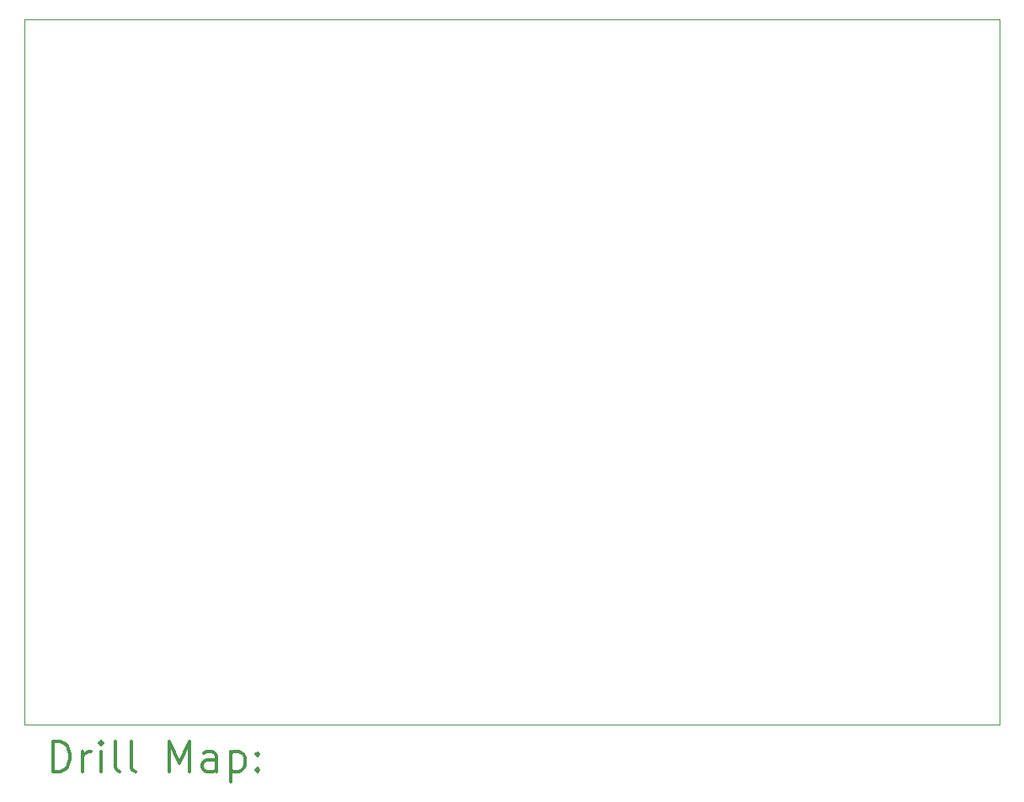
<source format=gbr>
%FSLAX45Y45*%
G04 Gerber Fmt 4.5, Leading zero omitted, Abs format (unit mm)*
G04 Created by KiCad (PCBNEW (5.1.12)-1) date 2022-08-06 16:22:04*
%MOMM*%
%LPD*%
G01*
G04 APERTURE LIST*
%TA.AperFunction,Profile*%
%ADD10C,0.050000*%
%TD*%
%ADD11C,0.200000*%
%ADD12C,0.300000*%
G04 APERTURE END LIST*
D10*
X1300000Y-15600000D02*
X11100000Y-15600000D01*
X1300000Y-8500000D02*
X1300000Y-15600000D01*
X11100000Y-8500000D02*
X11100000Y-15600000D01*
X1300000Y-8500000D02*
X11100000Y-8500000D01*
D11*
D12*
X1583928Y-16068214D02*
X1583928Y-15768214D01*
X1655357Y-15768214D01*
X1698214Y-15782500D01*
X1726786Y-15811071D01*
X1741071Y-15839643D01*
X1755357Y-15896786D01*
X1755357Y-15939643D01*
X1741071Y-15996786D01*
X1726786Y-16025357D01*
X1698214Y-16053929D01*
X1655357Y-16068214D01*
X1583928Y-16068214D01*
X1883928Y-16068214D02*
X1883928Y-15868214D01*
X1883928Y-15925357D02*
X1898214Y-15896786D01*
X1912500Y-15882500D01*
X1941071Y-15868214D01*
X1969643Y-15868214D01*
X2069643Y-16068214D02*
X2069643Y-15868214D01*
X2069643Y-15768214D02*
X2055357Y-15782500D01*
X2069643Y-15796786D01*
X2083928Y-15782500D01*
X2069643Y-15768214D01*
X2069643Y-15796786D01*
X2255357Y-16068214D02*
X2226786Y-16053929D01*
X2212500Y-16025357D01*
X2212500Y-15768214D01*
X2412500Y-16068214D02*
X2383928Y-16053929D01*
X2369643Y-16025357D01*
X2369643Y-15768214D01*
X2755357Y-16068214D02*
X2755357Y-15768214D01*
X2855357Y-15982500D01*
X2955357Y-15768214D01*
X2955357Y-16068214D01*
X3226786Y-16068214D02*
X3226786Y-15911071D01*
X3212500Y-15882500D01*
X3183928Y-15868214D01*
X3126786Y-15868214D01*
X3098214Y-15882500D01*
X3226786Y-16053929D02*
X3198214Y-16068214D01*
X3126786Y-16068214D01*
X3098214Y-16053929D01*
X3083928Y-16025357D01*
X3083928Y-15996786D01*
X3098214Y-15968214D01*
X3126786Y-15953929D01*
X3198214Y-15953929D01*
X3226786Y-15939643D01*
X3369643Y-15868214D02*
X3369643Y-16168214D01*
X3369643Y-15882500D02*
X3398214Y-15868214D01*
X3455357Y-15868214D01*
X3483928Y-15882500D01*
X3498214Y-15896786D01*
X3512500Y-15925357D01*
X3512500Y-16011071D01*
X3498214Y-16039643D01*
X3483928Y-16053929D01*
X3455357Y-16068214D01*
X3398214Y-16068214D01*
X3369643Y-16053929D01*
X3641071Y-16039643D02*
X3655357Y-16053929D01*
X3641071Y-16068214D01*
X3626786Y-16053929D01*
X3641071Y-16039643D01*
X3641071Y-16068214D01*
X3641071Y-15882500D02*
X3655357Y-15896786D01*
X3641071Y-15911071D01*
X3626786Y-15896786D01*
X3641071Y-15882500D01*
X3641071Y-15911071D01*
M02*

</source>
